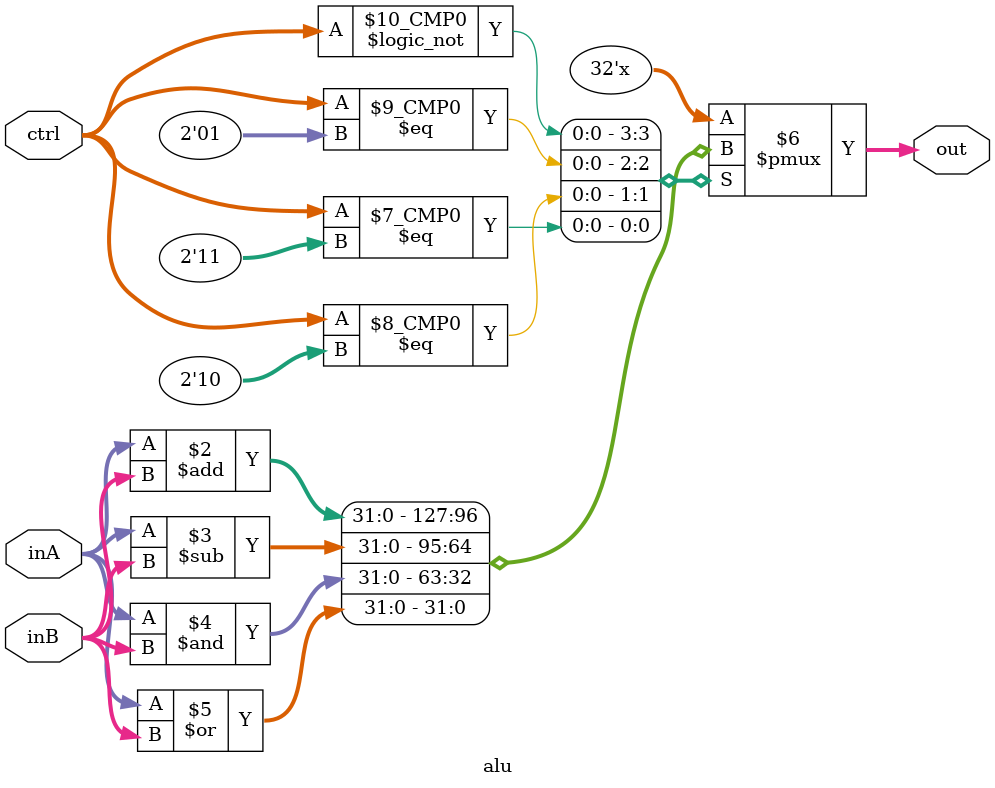
<source format=v>
module alu(inA, inB, ctrl, out);
				
	input [31:0]inA, inB;
	input [1:0]ctrl;
	output reg [31:0] out;
					
	always @ (inA or inB or ctrl) begin
		case(ctrl)
			2'b00: out <= inA + inB;
			2'b01: out <= inA - inB;
			2'b10: out <= inA & inB;
			2'b11: out <= inA | inB;
		endcase
	end
	
endmodule

</source>
